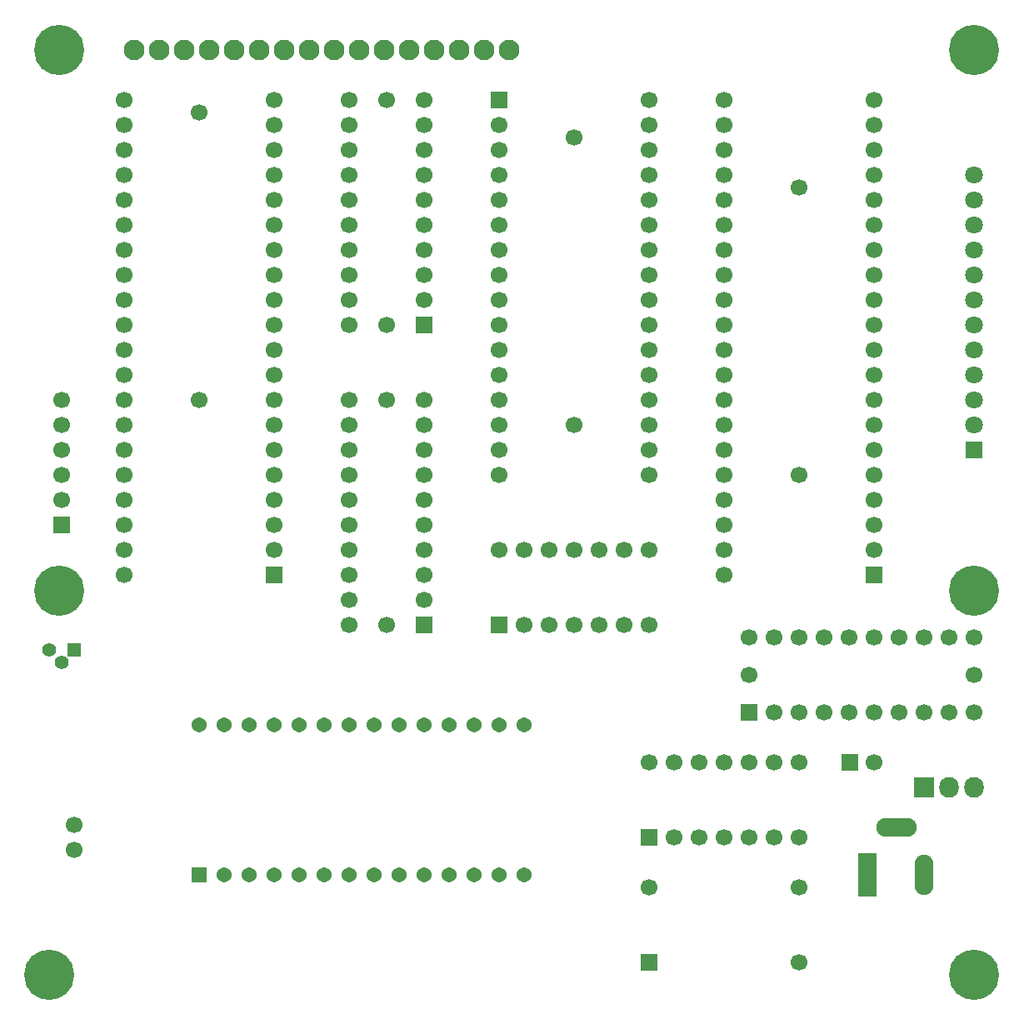
<source format=gbr>
%TF.GenerationSoftware,Novarm,DipTrace,4.3.0.5*%
%TF.CreationDate,2023-08-31T12:43:09+01:00*%
%FSLAX26Y26*%
%MOIN*%
%TF.FileFunction,Soldermask,Top*%
%TF.Part,Single*%
%ADD26R,0.066929X0.066929*%
%ADD27C,0.066929*%
%ADD43C,0.082677*%
%ADD45O,0.078937X0.082677*%
%ADD47R,0.078937X0.082677*%
%ADD49C,0.055118*%
%ADD51R,0.055118X0.055118*%
%ADD53C,0.070866*%
%ADD54R,0.070866X0.070866*%
%ADD55O,0.161417X0.074803*%
%ADD57O,0.074803X0.161417*%
%ADD59R,0.074803X0.177165*%
%ADD61C,0.066929*%
%ADD63C,0.06063*%
%ADD65R,0.06063X0.06063*%
%ADD67C,0.200787*%
G75*
G01*
%LPD*%
D26*
X2513386Y4018110D3*
D27*
Y3918110D3*
Y3818110D3*
Y3718110D3*
Y3618110D3*
Y3518110D3*
Y3418110D3*
Y3318110D3*
Y3218110D3*
Y3118110D3*
Y3018110D3*
Y2918110D3*
Y2818110D3*
Y2718110D3*
Y2618110D3*
Y2518110D3*
X3113386D3*
Y2618110D3*
Y2718110D3*
Y2818110D3*
Y2918110D3*
Y3018110D3*
Y3118110D3*
Y3218110D3*
Y3318110D3*
Y3418110D3*
Y3518110D3*
Y3618110D3*
Y3718110D3*
Y3818110D3*
Y3918110D3*
Y4018110D3*
D26*
X1613386Y2118110D3*
D27*
Y2218110D3*
Y2318110D3*
Y2418110D3*
Y2518110D3*
Y2618110D3*
Y2718110D3*
Y2818110D3*
Y2918110D3*
Y3018110D3*
Y3118110D3*
Y3218110D3*
Y3318110D3*
Y3418110D3*
Y3518110D3*
Y3618110D3*
Y3718110D3*
Y3818110D3*
Y3918110D3*
Y4018110D3*
X1013386D3*
Y3918110D3*
Y3818110D3*
Y3718110D3*
Y3618110D3*
Y3518110D3*
Y3418110D3*
Y3318110D3*
Y3218110D3*
Y3118110D3*
Y3018110D3*
Y2918110D3*
Y2818110D3*
Y2718110D3*
Y2618110D3*
Y2518110D3*
Y2418110D3*
Y2318110D3*
Y2218110D3*
Y2118110D3*
D67*
X4413386Y518110D3*
D65*
X1313386Y918110D3*
D63*
X1413386D3*
X1513386D3*
X1613386D3*
X1713386D3*
X1813386D3*
X1913386D3*
X2013386D3*
X2113386D3*
X2213386D3*
X2313386D3*
X2413386D3*
X2513386D3*
X2613386D3*
Y1518110D3*
X2513386D3*
X2413386D3*
X2313386D3*
X2213386D3*
X2113386D3*
X2013386D3*
X1913386D3*
X1813386D3*
X1713386D3*
X1613386D3*
X1513386D3*
X1413386D3*
X1313386D3*
D26*
X3513386Y1568110D3*
D27*
X3613386D3*
X3713386D3*
X3813386D3*
X3913386D3*
X4013386D3*
X4113386D3*
X4213386D3*
X4313386D3*
X4413386D3*
Y1868110D3*
X4313386D3*
X4213386D3*
X4113386D3*
X4013386D3*
X3913386D3*
X3813386D3*
X3713386D3*
X3613386D3*
X3513386D3*
D61*
X3513189Y1717717D3*
X4413189D3*
X2063780Y1917913D3*
Y2817913D3*
D26*
X3113386Y568110D3*
D61*
X3713386D3*
Y868110D3*
X3113386D3*
D26*
X3914961Y1368110D3*
D61*
X4013386D3*
D59*
X3985039Y918110D3*
D57*
X4213386D3*
D55*
X4103150Y1107087D3*
D67*
X713386Y518110D3*
D54*
X4413386Y2618110D3*
D53*
Y2718110D3*
Y2818110D3*
Y2918110D3*
Y3018110D3*
Y3118110D3*
Y3218110D3*
Y3318110D3*
Y3418110D3*
Y3518110D3*
Y3618110D3*
Y3718110D3*
D26*
X4013386Y2118110D3*
D27*
Y2218110D3*
Y2318110D3*
Y2418110D3*
Y2518110D3*
Y2618110D3*
Y2718110D3*
Y2818110D3*
Y2918110D3*
Y3018110D3*
Y3118110D3*
Y3218110D3*
Y3318110D3*
Y3418110D3*
Y3518110D3*
Y3618110D3*
Y3718110D3*
Y3818110D3*
Y3918110D3*
Y4018110D3*
X3413386D3*
Y3918110D3*
Y3818110D3*
Y3718110D3*
Y3618110D3*
Y3518110D3*
Y3418110D3*
Y3318110D3*
Y3218110D3*
Y3118110D3*
Y3018110D3*
Y2918110D3*
Y2818110D3*
Y2718110D3*
Y2618110D3*
Y2518110D3*
Y2418110D3*
Y2318110D3*
Y2218110D3*
Y2118110D3*
D51*
X813386Y1818110D3*
D49*
X763386Y1768110D3*
X713386Y1818110D3*
D26*
X763386Y2318110D3*
D27*
Y2418110D3*
Y2518110D3*
Y2618110D3*
Y2718110D3*
Y2818110D3*
D61*
X2813386Y3868110D3*
Y2718110D3*
D26*
X2213386Y1918110D3*
D27*
Y2018110D3*
Y2118110D3*
Y2218110D3*
Y2318110D3*
Y2418110D3*
Y2518110D3*
Y2618110D3*
Y2718110D3*
Y2818110D3*
X1913386D3*
Y2718110D3*
Y2618110D3*
Y2518110D3*
Y2418110D3*
Y2318110D3*
Y2218110D3*
Y2118110D3*
Y2018110D3*
Y1918110D3*
D26*
X3113386Y1068110D3*
D27*
X3213386D3*
X3313386D3*
X3413386D3*
X3513386D3*
X3613386D3*
X3713386D3*
Y1368110D3*
X3613386D3*
X3513386D3*
X3413386D3*
X3313386D3*
X3213386D3*
X3113386D3*
D26*
X2513386Y1918110D3*
D27*
X2613386D3*
X2713386D3*
X2813386D3*
X2913386D3*
X3013386D3*
X3113386D3*
Y2218110D3*
X3013386D3*
X2913386D3*
X2813386D3*
X2713386D3*
X2613386D3*
X2513386D3*
D61*
X1313386Y2818110D3*
Y3968110D3*
D26*
X2213386Y3118110D3*
D27*
Y3218110D3*
Y3318110D3*
Y3418110D3*
Y3518110D3*
Y3618110D3*
Y3718110D3*
Y3818110D3*
Y3918110D3*
Y4018110D3*
X1913386D3*
Y3918110D3*
Y3818110D3*
Y3718110D3*
Y3618110D3*
Y3518110D3*
Y3418110D3*
Y3318110D3*
Y3218110D3*
Y3118110D3*
D47*
X4213386Y1268110D3*
D45*
X4313386D3*
X4413386D3*
D61*
X2063780Y3117913D3*
Y4017913D3*
D67*
X753543Y4218110D3*
Y2054331D3*
D43*
X1253543Y4218110D3*
X2453543D3*
X2553543D3*
D67*
X4413386D3*
Y2054331D3*
D43*
X1053543Y4218110D3*
X1153543D3*
X1353543D3*
X1453543D3*
X1553543D3*
X1653543D3*
X1753543D3*
X1853543D3*
X1953543D3*
X2053543D3*
X2153543D3*
X2253543D3*
X2353543D3*
D61*
X3713386Y3668110D3*
Y2518110D3*
X813386Y1116535D3*
Y1018110D3*
M02*

</source>
